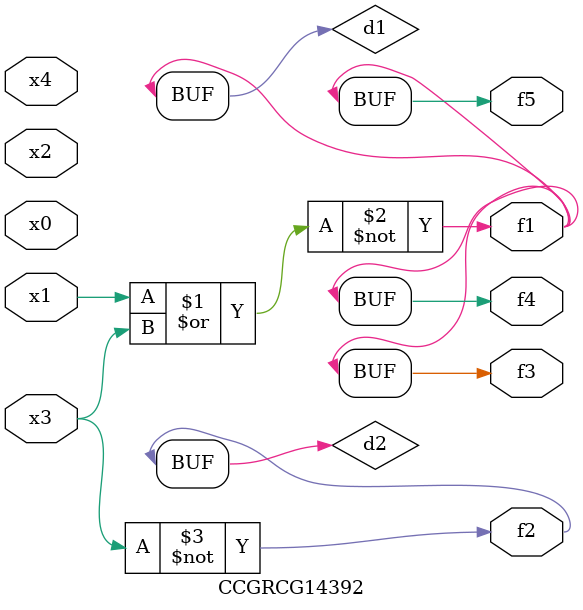
<source format=v>
module CCGRCG14392(
	input x0, x1, x2, x3, x4,
	output f1, f2, f3, f4, f5
);

	wire d1, d2;

	nor (d1, x1, x3);
	not (d2, x3);
	assign f1 = d1;
	assign f2 = d2;
	assign f3 = d1;
	assign f4 = d1;
	assign f5 = d1;
endmodule

</source>
